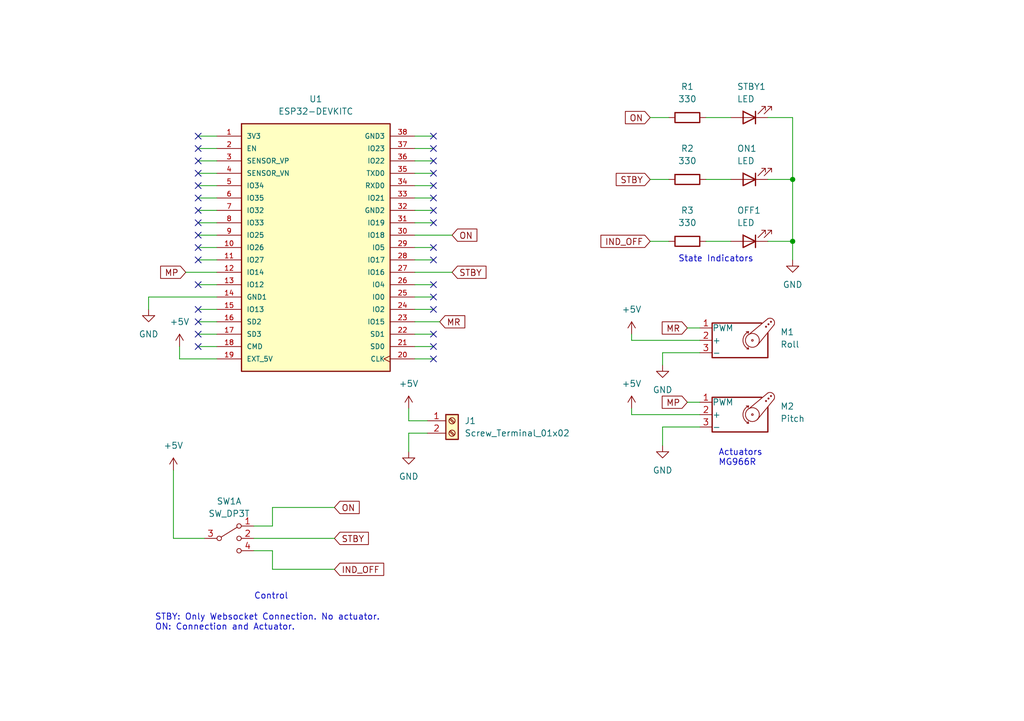
<source format=kicad_sch>
(kicad_sch (version 20211123) (generator eeschema)
  (paper "A5")
  (title_block (title "Handysion Laberynth Connection") (date "2022-12-08") (company "Universidad Nacional de Colombia"))
  (lib_symbols
    (symbol "Connector:Screw_Terminal_01x02" (pin_names (offset 1.016) hide)
      (property "Reference" "J" (at 0 2.54 0))
      (property "Value" "Screw_Terminal_01x02" (at 0 -5.08 0))
      (symbol "Screw_Terminal_01x02_1_1"
        (rectangle (start -1.27 1.27) (end 1.27 -3.81) (stroke (width 0.254)) (fill (type background)))
        (circle (center 0 -2.54) (radius 0.635) (stroke (width 0.1524)))
        (polyline (pts (xy -0.5334 -2.2098) (xy 0.3302 -3.048)) (stroke (width 0.1524)))
        (polyline (pts (xy -0.5334 0.3302) (xy 0.3302 -0.508)) (stroke (width 0.1524)))
        (polyline (pts (xy -0.3556 -2.032) (xy 0.508 -2.8702)) (stroke (width 0.1524)))
        (polyline (pts (xy -0.3556 0.508) (xy 0.508 -0.3302)) (stroke (width 0.1524)))
        (circle (center 0 0) (radius 0.635) (stroke (width 0.1524)))
        (pin passive line (at -5.08 0 0) (length 3.81) (name "Pin_1") (number "1"))
        (pin passive line (at -5.08 -2.54 0) (length 3.81) (name "Pin_2") (number "2"))
      )
    )
    (symbol "Device:LED" (pin_numbers hide) (pin_names (offset 1.016) hide)
      (property "Reference" "D" (at 0 2.54 0))
      (property "Value" "LED" (at 0 -2.54 0))
      (symbol "LED_0_1"
        (polyline (pts (xy -1.27 -1.27) (xy -1.27 1.27)) (stroke (width 0.254)))
        (polyline (pts (xy -1.27 0) (xy 1.27 0)))
        (polyline (pts (xy 1.27 -1.27) (xy 1.27 1.27) (xy -1.27 0) (xy 1.27 -1.27)) (stroke (width 0.254)))
        (polyline (pts (xy -3.048 -0.762) (xy -4.572 -2.286) (xy -3.81 -2.286) (xy -4.572 -2.286) (xy -4.572 -1.524)))
        (polyline (pts (xy -1.778 -0.762) (xy -3.302 -2.286) (xy -2.54 -2.286) (xy -3.302 -2.286) (xy -3.302 -1.524)))
      )
      (symbol "LED_1_1"
        (pin passive line (at -3.81 0 0) (length 2.54) (name "K") (number "1"))
        (pin passive line (at 3.81 0 180) (length 2.54) (name "A") (number "2"))
      )
    )
    (symbol "Device:R" (pin_numbers hide) (pin_names (offset 0))
      (property "Reference" "R" (at 2.032 0 90))
      (property "Value" "R" (at 0 0 90))
      (symbol "R_0_1"
        (rectangle (start -1.016 -2.54) (end 1.016 2.54) (stroke (width 0.254)))
      )
      (symbol "R_1_1"
        (pin passive line (at 0 3.81 270) (length 1.27) (name "~") (number "1"))
        (pin passive line (at 0 -3.81 90) (length 1.27) (name "~") (number "2"))
      )
    )
    (symbol "Motor:Motor_Servo" (pin_names (offset 0.0254))
      (property "Reference" "M" (at -5.08 4.445 0))
      (property "Value" "Motor_Servo" (at -5.08 -4.064 0))
      (symbol "Motor_Servo_0_1"
        (polyline (pts (xy 2.413 -1.778) (xy 2.032 -1.778)))
        (polyline (pts (xy 2.413 -1.778) (xy 2.286 -1.397)))
        (polyline (pts (xy 2.413 1.778) (xy 1.905 1.778)))
        (polyline (pts (xy 2.413 1.778) (xy 2.286 1.397)))
        (polyline (pts (xy 6.35 4.445) (xy 2.54 1.27)))
        (polyline (pts (xy 7.62 3.175) (xy 4.191 -1.016)))
        (polyline (pts (xy 5.08 3.556) (xy -5.08 3.556) (xy -5.08 -3.556) (xy 6.35 -3.556) (xy 6.35 1.524)) (stroke (width 0.254)))
        (arc (start 2.413 1.778) (mid 1.2406 0) (end 2.413 -1.778))
        (circle (center 3.175 0) (radius 0.1778))
        (circle (center 3.175 0) (radius 1.4224))
        (circle (center 5.969 2.794) (radius 0.127))
        (circle (center 6.477 3.302) (radius 0.127))
        (circle (center 6.985 3.81) (radius 0.127))
        (arc (start 7.62 3.175) (mid 7.4485 4.2735) (end 6.35 4.445))
      )
      (symbol "Motor_Servo_1_1"
        (pin passive line (at -7.62 2.54 0) (length 2.54) (name "PWM") (number "1"))
        (pin passive line (at -7.62 0 0) (length 2.54) (name "+") (number "2"))
        (pin passive line (at -7.62 -2.54 0) (length 2.54) (name "-") (number "3"))
      )
    )
    (symbol "RFID_Project:ESP32-DEVKITC" (pin_names (offset 1.016))
      (property "Reference" "U" (at -15.2654 26.0604 0))
      (property "Value" "ESP32-DEVKITC" (at -15.2654 -27.9654 0))
      (symbol "ESP32-DEVKITC_0_0"
        (rectangle (start -15.24 -25.4) (end 15.24 25.4) (stroke (width 0.254)) (fill (type background)))
        (pin power_in line (at -20.32 22.86 0) (length 5.08) (name "3V3") (number "1"))
        (pin bidirectional line (at -20.32 0 0) (length 5.08) (name "IO26") (number "10"))
        (pin bidirectional line (at -20.32 -2.54 0) (length 5.08) (name "IO27") (number "11"))
        (pin bidirectional line (at -20.32 -5.08 0) (length 5.08) (name "IO14") (number "12"))
        (pin bidirectional line (at -20.32 -7.62 0) (length 5.08) (name "IO12") (number "13"))
        (pin power_in line (at -20.32 -10.16 0) (length 5.08) (name "GND1") (number "14"))
        (pin bidirectional line (at -20.32 -12.7 0) (length 5.08) (name "IO13") (number "15"))
        (pin bidirectional line (at -20.32 -15.24 0) (length 5.08) (name "SD2") (number "16"))
        (pin bidirectional line (at -20.32 -17.78 0) (length 5.08) (name "SD3") (number "17"))
        (pin bidirectional line (at -20.32 -20.32 0) (length 5.08) (name "CMD") (number "18"))
        (pin power_in line (at -20.32 -22.86 0) (length 5.08) (name "EXT_5V") (number "19"))
        (pin input line (at -20.32 20.32 0) (length 5.08) (name "EN") (number "2"))
        (pin input clock (at 20.32 -22.86 180) (length 5.08) (name "CLK") (number "20"))
        (pin bidirectional line (at 20.32 -20.32 180) (length 5.08) (name "SD0") (number "21"))
        (pin bidirectional line (at 20.32 -17.78 180) (length 5.08) (name "SD1") (number "22"))
        (pin bidirectional line (at 20.32 -15.24 180) (length 5.08) (name "IO15") (number "23"))
        (pin bidirectional line (at 20.32 -12.7 180) (length 5.08) (name "IO2") (number "24"))
        (pin bidirectional line (at 20.32 -10.16 180) (length 5.08) (name "IO0") (number "25"))
        (pin bidirectional line (at 20.32 -7.62 180) (length 5.08) (name "IO4") (number "26"))
        (pin bidirectional line (at 20.32 -5.08 180) (length 5.08) (name "IO16") (number "27"))
        (pin bidirectional line (at 20.32 -2.54 180) (length 5.08) (name "IO17") (number "28"))
        (pin bidirectional line (at 20.32 0 180) (length 5.08) (name "IO5") (number "29"))
        (pin input line (at -20.32 17.78 0) (length 5.08) (name "SENSOR_VP") (number "3"))
        (pin bidirectional line (at 20.32 2.54 180) (length 5.08) (name "IO18") (number "30"))
        (pin bidirectional line (at 20.32 5.08 180) (length 5.08) (name "IO19") (number "31"))
        (pin power_in line (at 20.32 7.62 180) (length 5.08) (name "GND2") (number "32"))
        (pin bidirectional line (at 20.32 10.16 180) (length 5.08) (name "IO21") (number "33"))
        (pin input line (at 20.32 12.7 180) (length 5.08) (name "RXD0") (number "34"))
        (pin output line (at 20.32 15.24 180) (length 5.08) (name "TXD0") (number "35"))
        (pin bidirectional line (at 20.32 17.78 180) (length 5.08) (name "IO22") (number "36"))
        (pin bidirectional line (at 20.32 20.32 180) (length 5.08) (name "IO23") (number "37"))
        (pin power_in line (at 20.32 22.86 180) (length 5.08) (name "GND3") (number "38"))
        (pin input line (at -20.32 15.24 0) (length 5.08) (name "SENSOR_VN") (number "4"))
        (pin bidirectional line (at -20.32 12.7 0) (length 5.08) (name "IO34") (number "5"))
        (pin bidirectional line (at -20.32 10.16 0) (length 5.08) (name "IO35") (number "6"))
        (pin bidirectional line (at -20.32 7.62 0) (length 5.08) (name "IO32") (number "7"))
        (pin bidirectional line (at -20.32 5.08 0) (length 5.08) (name "IO33") (number "8"))
        (pin bidirectional line (at -20.32 2.54 0) (length 5.08) (name "IO25") (number "9"))
      )
    )
    (symbol "Switch:SW_DP3T" (pin_names (offset 0) hide)
      (property "Reference" "SW" (at 0 5.08 0))
      (property "Value" "SW_DP3T" (at 0 -5.08 0))
      (symbol "SW_DP3T_0_1"
        (circle (center -2.032 0) (radius 0.4572))
        (polyline (pts (xy -1.651 0.254) (xy 1.651 2.286)))
        (circle (center 2.032 -2.54) (radius 0.4572))
        (circle (center 2.032 0) (radius 0.4572))
        (circle (center 2.032 2.54) (radius 0.4572))
      )
      (symbol "SW_DP3T_1_1"
        (pin passive line (at 5.08 2.54 180) (length 2.54) (name "1") (number "1"))
        (pin passive line (at 5.08 0 180) (length 2.54) (name "2") (number "2"))
        (pin passive line (at -5.08 0 0) (length 2.54) (name "3") (number "3"))
        (pin passive line (at 5.08 -2.54 180) (length 2.54) (name "4") (number "4"))
      )
      (symbol "SW_DP3T_2_1"
        (pin passive line (at 5.08 2.54 180) (length 2.54) (name "5") (number "5"))
        (pin passive line (at 5.08 0 180) (length 2.54) (name "6") (number "6"))
        (pin passive line (at -5.08 0 0) (length 2.54) (name "7") (number "7"))
        (pin passive line (at 5.08 -2.54 180) (length 2.54) (name "8") (number "8"))
      )
    )
    (symbol "power:+5V" (power) (pin_names (offset 0))
      (property "Value" "+5V" (at 0 3.556 0))
      (symbol "+5V_0_1"
        (polyline (pts (xy -0.762 1.27) (xy 0 2.54)))
        (polyline (pts (xy 0 0) (xy 0 2.54)))
        (polyline (pts (xy 0 2.54) (xy 0.762 1.27)))
      )
      (symbol "+5V_1_1"
        (pin power_in line (at 0 0 90) (length 0) hide (name "+5V") (number "1"))
      )
    )
    (symbol "power:GND" (power) (pin_names (offset 0))
      (property "Value" "GND" (at 0 -3.81 0))
      (symbol "GND_0_1"
        (polyline (pts (xy 0 0) (xy 0 -1.27) (xy 1.27 -1.27) (xy 0 -2.54) (xy -1.27 -1.27) (xy 0 -1.27)))
      )
      (symbol "GND_1_1"
        (pin power_in line (at 0 0 270) (length 0) hide (name "GND") (number "1"))
      )
    )
  )
  (junction (at 162.56 36.83))
  (junction (at 162.56 49.53))
  (no_connect (at 40.64 45.72))
  (no_connect (at 40.64 71.12))
  (no_connect (at 40.64 68.58))
  (no_connect (at 40.64 66.04))
  (no_connect (at 40.64 58.42))
  (no_connect (at 40.64 53.34))
  (no_connect (at 40.64 50.8))
  (no_connect (at 40.64 48.26))
  (no_connect (at 40.64 63.5))
  (no_connect (at 88.9 71.12))
  (no_connect (at 88.9 73.66))
  (no_connect (at 88.9 35.56))
  (no_connect (at 88.9 38.1))
  (no_connect (at 88.9 40.64))
  (no_connect (at 88.9 43.18))
  (no_connect (at 88.9 45.72))
  (no_connect (at 88.9 27.94))
  (no_connect (at 88.9 30.48))
  (no_connect (at 88.9 33.02))
  (no_connect (at 88.9 50.8))
  (no_connect (at 88.9 68.58))
  (no_connect (at 88.9 60.96))
  (no_connect (at 88.9 63.5))
  (no_connect (at 88.9 58.42))
  (no_connect (at 40.64 43.18))
  (no_connect (at 40.64 40.64))
  (no_connect (at 40.64 38.1))
  (no_connect (at 40.64 35.56))
  (no_connect (at 40.64 33.02))
  (no_connect (at 40.64 30.48))
  (no_connect (at 40.64 27.94))
  (no_connect (at 88.9 53.34))
  (wire (pts (xy 85.09 48.26) (xy 92.71 48.26)))
  (wire (pts (xy 40.64 48.26) (xy 44.45 48.26)))
  (wire (pts (xy 40.64 43.18) (xy 44.45 43.18)))
  (wire (pts (xy 87.63 86.36) (xy 83.82 86.36)))
  (wire (pts (xy 85.09 73.66) (xy 88.9 73.66)))
  (wire (pts (xy 135.89 87.63) (xy 143.51 87.63)))
  (wire (pts (xy 85.09 50.8) (xy 88.9 50.8)))
  (wire (pts (xy 162.56 49.53) (xy 162.56 53.34)))
  (wire (pts (xy 83.82 86.36) (xy 83.82 83.82)))
  (wire (pts (xy 35.56 110.49) (xy 41.91 110.49)))
  (wire (pts (xy 144.78 36.83) (xy 149.86 36.83)))
  (wire (pts (xy 40.64 40.64) (xy 44.45 40.64)))
  (wire (pts (xy 40.64 27.94) (xy 44.45 27.94)))
  (wire (pts (xy 55.88 107.95) (xy 55.88 104.14)))
  (wire (pts (xy 140.97 82.55) (xy 143.51 82.55)))
  (wire (pts (xy 129.54 69.85) (xy 143.51 69.85)))
  (wire (pts (xy 133.35 24.13) (xy 137.16 24.13)))
  (wire (pts (xy 85.09 35.56) (xy 88.9 35.56)))
  (wire (pts (xy 129.54 68.58) (xy 129.54 69.85)))
  (wire (pts (xy 30.48 63.5) (xy 30.48 60.96)))
  (wire (pts (xy 85.09 60.96) (xy 88.9 60.96)))
  (wire (pts (xy 68.58 116.84) (xy 55.88 116.84)))
  (wire (pts (xy 40.64 35.56) (xy 44.45 35.56)))
  (wire (pts (xy 40.64 30.48) (xy 44.45 30.48)))
  (wire (pts (xy 55.88 113.03) (xy 52.07 113.03)))
  (wire (pts (xy 85.09 66.04) (xy 90.17 66.04)))
  (wire (pts (xy 55.88 104.14) (xy 68.58 104.14)))
  (wire (pts (xy 83.82 88.9) (xy 87.63 88.9)))
  (wire (pts (xy 85.09 63.5) (xy 88.9 63.5)))
  (wire (pts (xy 40.64 63.5) (xy 44.45 63.5)))
  (wire (pts (xy 162.56 24.13) (xy 162.56 36.83)))
  (wire (pts (xy 85.09 53.34) (xy 88.9 53.34)))
  (wire (pts (xy 129.54 85.09) (xy 143.51 85.09)))
  (wire (pts (xy 85.09 68.58) (xy 88.9 68.58)))
  (wire (pts (xy 35.56 96.52) (xy 35.56 110.49)))
  (wire (pts (xy 140.97 67.31) (xy 143.51 67.31)))
  (wire (pts (xy 40.64 50.8) (xy 44.45 50.8)))
  (wire (pts (xy 144.78 49.53) (xy 149.86 49.53)))
  (wire (pts (xy 40.64 53.34) (xy 44.45 53.34)))
  (wire (pts (xy 157.48 49.53) (xy 162.56 49.53)))
  (wire (pts (xy 40.64 66.04) (xy 44.45 66.04)))
  (wire (pts (xy 85.09 45.72) (xy 88.9 45.72)))
  (wire (pts (xy 40.64 33.02) (xy 44.45 33.02)))
  (wire (pts (xy 30.48 60.96) (xy 44.45 60.96)))
  (wire (pts (xy 144.78 24.13) (xy 149.86 24.13)))
  (wire (pts (xy 55.88 113.03) (xy 55.88 116.84)))
  (wire (pts (xy 36.83 71.12) (xy 36.83 73.66)))
  (wire (pts (xy 85.09 27.94) (xy 88.9 27.94)))
  (wire (pts (xy 135.89 72.39) (xy 143.51 72.39)))
  (wire (pts (xy 36.83 73.66) (xy 44.45 73.66)))
  (wire (pts (xy 85.09 33.02) (xy 88.9 33.02)))
  (wire (pts (xy 52.07 110.49) (xy 68.58 110.49)))
  (wire (pts (xy 157.48 36.83) (xy 162.56 36.83)))
  (wire (pts (xy 40.64 71.12) (xy 44.45 71.12)))
  (wire (pts (xy 85.09 38.1) (xy 88.9 38.1)))
  (wire (pts (xy 129.54 83.82) (xy 129.54 85.09)))
  (wire (pts (xy 85.09 30.48) (xy 88.9 30.48)))
  (wire (pts (xy 40.64 45.72) (xy 44.45 45.72)))
  (wire (pts (xy 38.1 55.88) (xy 44.45 55.88)))
  (wire (pts (xy 85.09 71.12) (xy 88.9 71.12)))
  (wire (pts (xy 85.09 43.18) (xy 88.9 43.18)))
  (wire (pts (xy 85.09 55.88) (xy 92.71 55.88)))
  (wire (pts (xy 162.56 36.83) (xy 162.56 49.53)))
  (wire (pts (xy 40.64 38.1) (xy 44.45 38.1)))
  (wire (pts (xy 83.82 92.71) (xy 83.82 88.9)))
  (wire (pts (xy 52.07 107.95) (xy 55.88 107.95)))
  (wire (pts (xy 85.09 58.42) (xy 88.9 58.42)))
  (wire (pts (xy 133.35 36.83) (xy 137.16 36.83)))
  (wire (pts (xy 135.89 74.93) (xy 135.89 72.39)))
  (wire (pts (xy 157.48 24.13) (xy 162.56 24.13)))
  (wire (pts (xy 133.35 49.53) (xy 137.16 49.53)))
  (wire (pts (xy 40.64 58.42) (xy 44.45 58.42)))
  (wire (pts (xy 135.89 91.44) (xy 135.89 87.63)))
  (wire (pts (xy 40.64 68.58) (xy 44.45 68.58)))
  (wire (pts (xy 85.09 40.64) (xy 88.9 40.64)))
  (text "STBY: Only Websocket Connection. No actuator.\nON: Connection and Actuator. " (at 31.75 129.54 0) (effects (font (size 1.27 1.27)) (justify left bottom)))
  (text "State Indicators\n" (at 139.065 53.975 0) (effects (font (size 1.27 1.27)) (justify left bottom)))
  (text "Control \n" (at 52.07 123.19 0) (effects (font (size 1.27 1.27)) (justify left bottom)))
  (text "Actuators\nMG966R\n\n" (at 147.32 97.79 0) (effects (font (size 1.27 1.27)) (justify left bottom)))
  (global_label "ON" (shape input) (at 133.35 24.13 180) (property "Intersheet References" "${INTERSHEET_REFS}" (effects hide)))
  (global_label "ON" (shape input) (at 68.58 104.14 0) (property "Intersheet References" "${INTERSHEET_REFS}" (effects hide)))
  (global_label "IND_OFF" (shape input) (at 68.58 116.84 0) (property "Intersheet References" "${INTERSHEET_REFS}" (effects hide)))
  (global_label "MP" (shape input) (at 38.1 55.88 180) (property "Intersheet References" "${INTERSHEET_REFS}" (effects hide)))
  (global_label "MP" (shape input) (at 140.97 82.55 180) (property "Intersheet References" "${INTERSHEET_REFS}" (effects hide)))
  (global_label "IND_OFF" (shape input) (at 133.35 49.53 180) (property "Intersheet References" "${INTERSHEET_REFS}" (effects hide)))
  (global_label "MR" (shape input) (at 90.17 66.04 0) (property "Intersheet References" "${INTERSHEET_REFS}" (effects hide)))
  (global_label "STBY" (shape input) (at 133.35 36.83 180) (property "Intersheet References" "${INTERSHEET_REFS}" (effects hide)))
  (global_label "ON" (shape input) (at 92.71 48.26 0) (property "Intersheet References" "${INTERSHEET_REFS}" (effects hide)))
  (global_label "STBY" (shape input) (at 92.71 55.88 0) (property "Intersheet References" "${INTERSHEET_REFS}" (effects hide)))
  (global_label "MR" (shape input) (at 140.97 67.31 180) (property "Intersheet References" "${INTERSHEET_REFS}" (effects hide)))
  (global_label "STBY" (shape input) (at 68.58 110.49 0) (property "Intersheet References" "${INTERSHEET_REFS}" (effects hide)))
  (symbol (lib_id "Device:R") (at 140.97 24.13 90) (unit 1)
    (property "Reference" "R1" (at 140.97 17.78 90))
    (property "Value" "330" (at 140.97 20.32 90))
    (property "Footprint" "Resistor_THT:R_Axial_DIN0204_L3.6mm_D1.6mm_P5.08mm_Horizontal" (effects hide))
  )
  (symbol (lib_id "power:+5V") (at 129.54 68.58 0) (unit 1)
    (property "Reference" "#PWR0105" (effects hide))
    (property "Value" "+5V" (at 129.54 63.5 0))
  )
  (symbol (lib_id "power:GND") (at 135.89 74.93 0) (unit 1)
    (property "Reference" "#PWR0103" (effects hide))
    (property "Value" "GND" (at 135.89 80.01 0))
  )
  (symbol (lib_id "Device:R") (at 140.97 49.53 90) (unit 1)
    (property "Reference" "R3" (at 140.97 43.18 90))
    (property "Value" "330" (at 140.97 45.72 90))
    (property "Footprint" "Resistor_THT:R_Axial_DIN0204_L3.6mm_D1.6mm_P5.08mm_Horizontal" (effects hide))
  )
  (symbol (lib_id "power:GND") (at 30.48 63.5 0) (unit 1)
    (property "Reference" "#PWR0107" (effects hide))
    (property "Value" "GND" (at 30.48 68.58 0))
  )
  (symbol (lib_id "Device:R") (at 140.97 36.83 90) (unit 1)
    (property "Reference" "R2" (at 140.97 30.48 90))
    (property "Value" "330" (at 140.97 33.02 90))
    (property "Footprint" "Resistor_THT:R_Axial_DIN0204_L3.6mm_D1.6mm_P5.08mm_Horizontal" (effects hide))
  )
  (symbol (lib_id "power:GND") (at 83.82 92.71 0) (unit 1)
    (property "Reference" "#PWR0109" (effects hide))
    (property "Value" "GND" (at 83.82 97.79 0))
  )
  (symbol (lib_id "Switch:SW_DP3T") (at 46.99 110.49 0) (unit 1)
    (property "Reference" "SW1" (at 46.99 102.87 0))
    (property "Value" "SW_DP3T" (at 46.99 105.41 0))
    (property "Footprint" "Button_Switch_THT:SW_MEC_5GTH9" (effects hide))
  )
  (symbol (lib_id "Motor:Motor_Servo") (at 151.13 69.85 0) (unit 1)
    (property "Reference" "M1" (at 160.02 68.1465 0) (effects (justify left)))
    (property "Value" "Roll" (at 160.02 70.6865 0) (effects (justify left)))
    (property "Footprint" "Connector_PinHeader_2.54mm:PinHeader_1x03_P2.54mm_Vertical" (effects hide))
    (property "Datasheet" "http://forums.parallax.com/uploads/attachments/46831/74481.png" (effects hide))
  )
  (symbol (lib_id "Device:LED") (at 153.67 24.13 180) (unit 1)
    (property "Reference" "STBY1" (at 151.13 17.78 0) (effects (justify right)))
    (property "Value" "LED" (at 151.13 20.32 0) (effects (justify right)))
    (property "Footprint" "LED_THT:LED_D3.0mm" (effects hide))
  )
  (symbol (lib_id "Connector:Screw_Terminal_01x02") (at 92.71 86.36 0) (unit 1)
    (property "Reference" "J1" (at 95.25 86.3599 0) (effects (justify left)))
    (property "Value" "Screw_Terminal_01x02" (at 95.25 88.8999 0) (effects (justify left)))
    (property "Footprint" "TerminalBlock:TerminalBlock_Altech_AK300-2_P5.00mm" (effects hide))
  )
  (symbol (lib_id "power:+5V") (at 129.54 83.82 0) (unit 1)
    (property "Reference" "#PWR0102" (effects hide))
    (property "Value" "+5V" (at 129.54 78.74 0))
  )
  (symbol (lib_id "power:+5V") (at 83.82 83.82 0) (unit 1)
    (property "Reference" "#PWR?" (effects hide))
    (property "Value" "+5V" (at 83.82 78.74 0))
  )
  (symbol (lib_id "power:+5V") (at 36.83 71.12 0) (unit 1)
    (property "Reference" "#PWR0106" (effects hide))
    (property "Value" "+5V" (at 36.83 66.04 0))
  )
  (symbol (lib_id "power:+5V") (at 35.56 96.52 0) (unit 1)
    (property "Reference" "#PWR0108" (effects hide))
    (property "Value" "+5V" (at 35.56 91.44 0))
  )
  (symbol (lib_id "Device:LED") (at 153.67 36.83 180) (unit 1)
    (property "Reference" "ON1" (at 151.13 30.48 0) (effects (justify right)))
    (property "Value" "LED" (at 151.13 33.02 0) (effects (justify right)))
    (property "Footprint" "LED_THT:LED_D3.0mm" (effects hide))
  )
  (symbol (lib_id "RFID_Project:ESP32-DEVKITC") (at 64.77 50.8 0) (unit 1)
    (property "Reference" "U1" (at 64.77 20.32 0))
    (property "Value" "ESP32-DEVKITC" (at 64.77 22.86 0))
    (property "Footprint" "MODULE_ESP32-DEVKITC" (effects hide))
    (property "STANDARD" "Manufacturer Recommendations" (effects hide))
    (property "PARTREV" "N/A" (effects hide))
    (property "MANUFACTURER" "ESPRESSIF" (effects hide))
  )
  (symbol (lib_id "power:GND") (at 162.56 53.34 0) (unit 1)
    (property "Reference" "#PWR0101" (effects hide))
    (property "Value" "GND" (at 162.56 58.42 0))
  )
  (symbol (lib_id "Device:LED") (at 153.67 49.53 180) (unit 1)
    (property "Reference" "OFF1" (at 151.13 43.18 0) (effects (justify right)))
    (property "Value" "LED" (at 151.13 45.72 0) (effects (justify right)))
    (property "Footprint" "LED_THT:LED_D3.0mm" (effects hide))
  )
  (symbol (lib_id "power:GND") (at 135.89 91.44 0) (unit 1)
    (property "Reference" "#PWR0104" (effects hide))
    (property "Value" "GND" (at 135.89 96.52 0))
  )
  (symbol (lib_id "Motor:Motor_Servo") (at 151.13 85.09 0) (unit 1)
    (property "Reference" "M2" (at 160.02 83.3865 0) (effects (justify left)))
    (property "Value" "Pitch" (at 160.02 85.9265 0) (effects (justify left)))
    (property "Footprint" "Connector_PinHeader_2.54mm:PinHeader_1x03_P2.54mm_Vertical" (effects hide))
    (property "Datasheet" "http://forums.parallax.com/uploads/attachments/46831/74481.png" (effects hide))
  )
)
</source>
